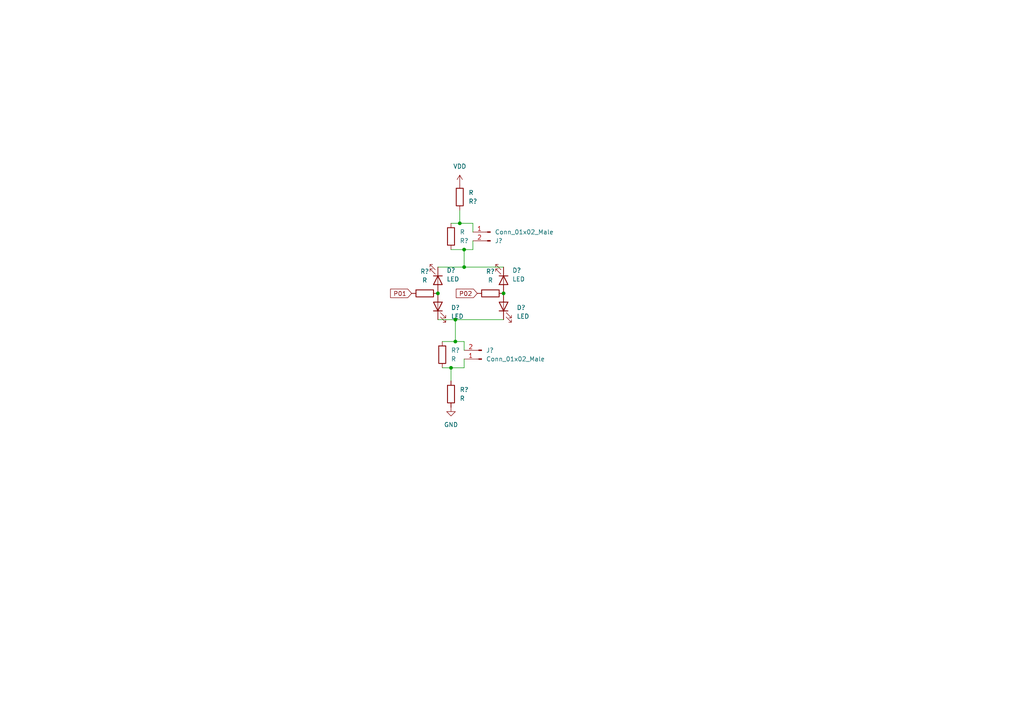
<source format=kicad_sch>
(kicad_sch (version 20211123) (generator eeschema)
  (paper "A4")
  (lib_symbols
    (symbol "Connector:Conn_01x02_Male" (pin_names (offset 1.016) hide)
      (property "Reference" "J" (at 0 2.54 0))
      (property "Value" "Conn_01x02_Male" (at 0 -5.08 0))
      (symbol "Conn_01x02_Male_1_1"
        (polyline (pts (xy 1.27 -2.54) (xy 0.8636 -2.54)) (stroke (width 0.1524)))
        (polyline (pts (xy 1.27 0) (xy 0.8636 0)) (stroke (width 0.1524)))
        (rectangle (start 0.8636 -2.413) (end 0 -2.667) (stroke (width 0.1524)) (fill (type outline)))
        (rectangle (start 0.8636 0.127) (end 0 -0.127) (stroke (width 0.1524)) (fill (type outline)))
        (pin passive line (at 5.08 0 180) (length 3.81) (name "Pin_1") (number "1"))
        (pin passive line (at 5.08 -2.54 180) (length 3.81) (name "Pin_2") (number "2"))
      )
    )
    (symbol "Device:LED" (pin_numbers hide) (pin_names (offset 1.016) hide)
      (property "Reference" "D" (at 0 2.54 0))
      (property "Value" "LED" (at 0 -2.54 0))
      (symbol "LED_0_1"
        (polyline (pts (xy -1.27 -1.27) (xy -1.27 1.27)) (stroke (width 0.254)))
        (polyline (pts (xy -1.27 0) (xy 1.27 0)))
        (polyline (pts (xy 1.27 -1.27) (xy 1.27 1.27) (xy -1.27 0) (xy 1.27 -1.27)) (stroke (width 0.254)))
        (polyline (pts (xy -3.048 -0.762) (xy -4.572 -2.286) (xy -3.81 -2.286) (xy -4.572 -2.286) (xy -4.572 -1.524)))
        (polyline (pts (xy -1.778 -0.762) (xy -3.302 -2.286) (xy -2.54 -2.286) (xy -3.302 -2.286) (xy -3.302 -1.524)))
      )
      (symbol "LED_1_1"
        (pin passive line (at -3.81 0 0) (length 2.54) (name "K") (number "1"))
        (pin passive line (at 3.81 0 180) (length 2.54) (name "A") (number "2"))
      )
    )
    (symbol "Device:R" (pin_numbers hide) (pin_names (offset 0))
      (property "Reference" "R" (at 2.032 0 90))
      (property "Value" "R" (at 0 0 90))
      (symbol "R_0_1"
        (rectangle (start -1.016 -2.54) (end 1.016 2.54) (stroke (width 0.254)))
      )
      (symbol "R_1_1"
        (pin passive line (at 0 3.81 270) (length 1.27) (name "~") (number "1"))
        (pin passive line (at 0 -3.81 90) (length 1.27) (name "~") (number "2"))
      )
    )
    (symbol "power:GND" (power) (pin_names (offset 0))
      (property "Value" "GND" (at 0 -3.81 0))
      (symbol "GND_0_1"
        (polyline (pts (xy 0 0) (xy 0 -1.27) (xy 1.27 -1.27) (xy 0 -2.54) (xy -1.27 -1.27) (xy 0 -1.27)))
      )
      (symbol "GND_1_1"
        (pin power_in line (at 0 0 270) (length 0) hide (name "GND") (number "1"))
      )
    )
    (symbol "power:VDD" (power) (pin_names (offset 0))
      (property "Value" "VDD" (at 0 3.81 0))
      (symbol "VDD_0_1"
        (polyline (pts (xy -0.762 1.27) (xy 0 2.54)))
        (polyline (pts (xy 0 0) (xy 0 2.54)))
        (polyline (pts (xy 0 2.54) (xy 0.762 1.27)))
      )
      (symbol "VDD_1_1"
        (pin power_in line (at 0 0 90) (length 0) hide (name "VDD") (number "1"))
      )
    )
  )
  (junction (at 146.05 85.09))
  (junction (at 134.62 77.47))
  (junction (at 133.35 64.77))
  (junction (at 132.08 92.71))
  (junction (at 132.08 99.06))
  (junction (at 134.62 72.39))
  (junction (at 130.81 106.68))
  (junction (at 127 85.09))
  (wire (pts (xy 130.81 72.39) (xy 134.62 72.39)))
  (wire (pts (xy 132.08 92.71) (xy 132.08 99.06)))
  (wire (pts (xy 134.62 106.68) (xy 130.81 106.68)))
  (wire (pts (xy 134.62 77.47) (xy 146.05 77.47)))
  (wire (pts (xy 132.08 99.06) (xy 134.62 99.06)))
  (wire (pts (xy 132.08 92.71) (xy 146.05 92.71)))
  (wire (pts (xy 137.16 72.39) (xy 137.16 69.85)))
  (wire (pts (xy 134.62 104.14) (xy 134.62 106.68)))
  (wire (pts (xy 127 92.71) (xy 132.08 92.71)))
  (wire (pts (xy 134.62 77.47) (xy 134.62 72.39)))
  (wire (pts (xy 133.35 64.77) (xy 133.35 60.96)))
  (wire (pts (xy 127 77.47) (xy 134.62 77.47)))
  (wire (pts (xy 134.62 99.06) (xy 134.62 101.6)))
  (wire (pts (xy 133.35 64.77) (xy 130.81 64.77)))
  (wire (pts (xy 137.16 64.77) (xy 133.35 64.77)))
  (wire (pts (xy 130.81 106.68) (xy 130.81 110.49)))
  (wire (pts (xy 137.16 67.31) (xy 137.16 64.77)))
  (wire (pts (xy 128.27 99.06) (xy 132.08 99.06)))
  (wire (pts (xy 130.81 106.68) (xy 128.27 106.68)))
  (wire (pts (xy 134.62 72.39) (xy 137.16 72.39)))
  (global_label "P01" (shape input) (at 119.38 85.09 180) (property "Intersheet References" "${INTERSHEET_REFS}" (effects hide)))
  (global_label "P02" (shape input) (at 138.43 85.09 180) (property "Intersheet References" "${INTERSHEET_REFS}" (effects hide)))
  (symbol (lib_id "Device:R") (at 128.27 102.87 180) (unit 1)
    (property "Reference" "R?" (at 130.81 101.5999 0) (effects (justify right)))
    (property "Value" "R" (at 130.81 104.1399 0) (effects (justify right)))
  )
  (symbol (lib_id "Device:LED") (at 146.05 88.9 90) (unit 1)
    (property "Reference" "D?" (at 149.86 89.2174 90) (effects (justify right)))
    (property "Value" "LED" (at 149.86 91.7574 90) (effects (justify right)))
  )
  (symbol (lib_id "Connector:Conn_01x02_Male") (at 142.24 67.31 0) (mirror y) (unit 1)
    (property "Reference" "J?" (at 143.51 69.8501 0) (effects (justify right)))
    (property "Value" "Conn_01x02_Male" (at 143.51 67.3101 0) (effects (justify right)))
  )
  (symbol (lib_id "Device:LED") (at 146.05 81.28 270) (unit 1)
    (property "Reference" "D?" (at 148.59 78.4224 90) (effects (justify left)))
    (property "Value" "LED" (at 148.59 80.9624 90) (effects (justify left)))
  )
  (symbol (lib_id "power:GND") (at 130.81 118.11 0) (unit 1)
    (property "Reference" "#PWR?" (effects hide))
    (property "Value" "GND" (at 130.81 123.19 0))
  )
  (symbol (lib_id "Device:R") (at 142.24 85.09 270) (unit 1)
    (property "Reference" "R?" (at 142.24 78.74 90))
    (property "Value" "R" (at 142.24 81.28 90))
  )
  (symbol (lib_id "Device:R") (at 130.81 68.58 0) (mirror y) (unit 1)
    (property "Reference" "R?" (at 133.35 69.8501 0) (effects (justify right)))
    (property "Value" "R" (at 133.35 67.3101 0) (effects (justify right)))
  )
  (symbol (lib_id "Device:LED") (at 127 81.28 270) (unit 1)
    (property "Reference" "D?" (at 129.54 78.4224 90) (effects (justify left)))
    (property "Value" "LED" (at 129.54 80.9624 90) (effects (justify left)))
  )
  (symbol (lib_id "Device:LED") (at 127 88.9 90) (unit 1)
    (property "Reference" "D?" (at 130.81 89.2174 90) (effects (justify right)))
    (property "Value" "LED" (at 130.81 91.7574 90) (effects (justify right)))
  )
  (symbol (lib_id "Device:R") (at 123.19 85.09 270) (unit 1)
    (property "Reference" "R?" (at 123.19 78.74 90))
    (property "Value" "R" (at 123.19 81.28 90))
  )
  (symbol (lib_id "power:VDD") (at 133.35 53.34 0) (unit 1)
    (property "Reference" "#PWR?" (effects hide))
    (property "Value" "VDD" (at 133.35 48.26 0))
  )
  (symbol (lib_id "Device:R") (at 133.35 57.15 0) (mirror y) (unit 1)
    (property "Reference" "R?" (at 135.89 58.4201 0) (effects (justify right)))
    (property "Value" "R" (at 135.89 55.8801 0) (effects (justify right)))
  )
  (symbol (lib_id "Device:R") (at 130.81 114.3 180) (unit 1)
    (property "Reference" "R?" (at 133.35 113.0299 0) (effects (justify right)))
    (property "Value" "R" (at 133.35 115.5699 0) (effects (justify right)))
  )
  (symbol (lib_id "Connector:Conn_01x02_Male") (at 139.7 104.14 180) (unit 1)
    (property "Reference" "J?" (at 140.97 101.5999 0) (effects (justify right)))
    (property "Value" "Conn_01x02_Male" (at 140.97 104.1399 0) (effects (justify right)))
  )
)
</source>
